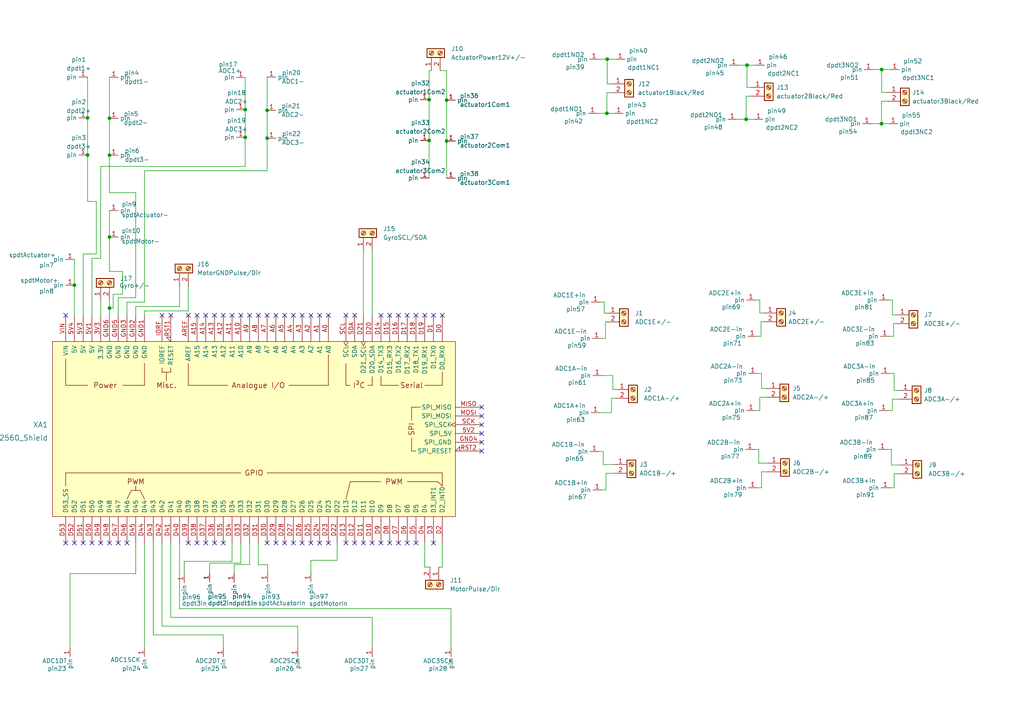
<source format=kicad_sch>
(kicad_sch (version 20211123) (generator eeschema)
  (paper "A4")
  (lib_symbols
    (symbol "Connector:Screw_Terminal_01x02" (pin_names (offset 1.016) hide)
      (property "Reference" "J" (at 0 2.54 0))
      (property "Value" "Screw_Terminal_01x02" (at 0 -5.08 0))
      (symbol "Screw_Terminal_01x02_1_1"
        (rectangle (start -1.27 1.27) (end 1.27 -3.81) (stroke (width 0.254)) (fill (type background)))
        (circle (center 0 -2.54) (radius 0.635) (stroke (width 0.1524)))
        (polyline (pts (xy -0.5334 -2.2098) (xy 0.3302 -3.048)) (stroke (width 0.1524)))
        (polyline (pts (xy -0.5334 0.3302) (xy 0.3302 -0.508)) (stroke (width 0.1524)))
        (polyline (pts (xy -0.3556 -2.032) (xy 0.508 -2.8702)) (stroke (width 0.1524)))
        (polyline (pts (xy -0.3556 0.508) (xy 0.508 -0.3302)) (stroke (width 0.1524)))
        (circle (center 0 0) (radius 0.635) (stroke (width 0.1524)))
        (pin passive line (at -5.08 0 0) (length 3.81) (name "Pin_1") (number "1"))
        (pin passive line (at -5.08 -2.54 0) (length 3.81) (name "Pin_2") (number "2"))
      )
    )
    (symbol "cgmoi:Arduino_Mega2560_Shield" (pin_names (offset 1.016))
      (property "Reference" "XA" (at 2.54 0 90))
      (property "Value" "Arduino_Mega2560_Shield" (at -2.54 0 90))
      (symbol "Arduino_Mega2560_Shield_0_0"
        (rectangle (start -25.4 -58.42) (end 25.4 58.42) (fill (type background)))
        (rectangle (start -20.32 -54.61) (end -12.7 -54.61))
        (rectangle (start -19.05 -31.75) (end -12.7 -31.75))
        (rectangle (start -19.05 -19.05) (end -12.7 -19.05))
        (rectangle (start -19.05 26.67) (end -12.7 26.67))
        (rectangle (start -17.78 -26.67) (end -16.51 -26.67))
        (rectangle (start -17.78 -24.13) (end -16.51 -24.13))
        (rectangle (start -16.51 -25.4) (end -13.97 -25.4))
        (rectangle (start -16.51 -24.13) (end -16.51 -26.67))
        (rectangle (start -16.51 54.61) (end -12.7 54.61))
        (rectangle (start -15.24 34.29) (end -12.7 34.29))
        (rectangle (start -15.24 36.83) (end -12.7 36.83))
        (rectangle (start -12.7 -54.61) (end -12.7 -48.26))
        (rectangle (start -12.7 -31.75) (end -12.7 -38.1))
        (rectangle (start -12.7 26.67) (end -12.7 27.94))
        (rectangle (start -12.7 34.29) (end -12.7 33.02))
        (rectangle (start -12.7 41.91) (end -12.7 36.83))
        (rectangle (start -12.7 49.53) (end -12.7 54.61))
        (rectangle (start -6.35 48.26) (end -6.35 45.72))
        (rectangle (start -2.54 45.72) (end -6.35 45.72))
        (polyline (pts (xy -21.59 21.59) (xy -12.7 21.59)))
        (polyline (pts (xy -12.7 -19.05) (xy -12.7 -7.62)))
        (polyline (pts (xy -12.7 10.16) (xy -12.7 21.59)))
        (polyline (pts (xy 12.7 -54.61) (xy 16.51 -54.61)))
        (polyline (pts (xy 12.7 54.61) (xy 16.51 54.61)))
        (polyline (pts (xy 17.78 -34.29) (xy 16.51 -34.29)))
        (polyline (pts (xy 15.24 36.83) (xy 15.24 27.94) (xy 20.32 26.67)))
        (polyline (pts (xy 15.24 44.45) (xy 15.24 53.34) (xy 16.51 54.61)))
        (polyline (pts (xy 20.32 -31.75) (xy 17.78 -33.02) (xy 17.78 -35.56) (xy 20.32 -36.83)))
        (rectangle (start 6.35 45.72) (end 2.54 45.72))
        (rectangle (start 6.35 46.99) (end 6.35 45.72))
        (text "Analogue I/O" (at -12.7 1.27 900) (effects (font (size 1.524 1.524))))
        (text "I²C" (at -12.7 30.48 900) (effects (font (size 1.524 1.524))))
        (text "Misc." (at -12.7 -25.4 900) (effects (font (size 1.524 1.524))))
        (text "Power" (at -12.7 -43.18 900) (effects (font (size 1.524 1.524))))
        (text "PWM" (at 15.24 -34.29 900) (effects (font (size 1.524 1.524))))
        (text "PWM" (at 15.24 40.64 900) (effects (font (size 1.524 1.524))))
        (text "Serial" (at -12.7 45.72 900) (effects (font (size 1.524 1.524))))
        (text "SPI" (at 0 45.72 0) (effects (font (size 1.524 1.524))))
      )
      (symbol "Arduino_Mega2560_Shield_1_0"
        (rectangle (start 12.7 -54.61) (end 12.7 -3.81))
        (rectangle (start 12.7 54.61) (end 12.7 3.81))
        (text "GPIO" (at 12.7 0 900) (effects (font (size 1.524 1.524))))
      )
      (symbol "Arduino_Mega2560_Shield_1_1"
        (pin bidirectional line (at -33.02 -44.45 0) (length 7.62) (name "3.3V") (number "3V3"))
        (pin bidirectional line (at -33.02 -46.99 0) (length 7.62) (name "5V") (number "5V1"))
        (pin power_in line (at 1.27 66.04 270) (length 7.62) (name "SPI_5V") (number "5V2"))
        (pin bidirectional line (at -33.02 -49.53 0) (length 7.62) (name "5V") (number "5V3"))
        (pin bidirectional line (at -33.02 -52.07 0) (length 7.62) (name "5V") (number "5V4"))
        (pin bidirectional line (at -33.02 21.59 0) (length 7.62) (name "A0") (number "A0"))
        (pin bidirectional line (at -33.02 19.05 0) (length 7.62) (name "A1") (number "A1"))
        (pin bidirectional line (at -33.02 -3.81 0) (length 7.62) (name "A10") (number "A10"))
        (pin bidirectional line (at -33.02 -6.35 0) (length 7.62) (name "A11") (number "A11"))
        (pin bidirectional line (at -33.02 -8.89 0) (length 7.62) (name "A12") (number "A12"))
        (pin bidirectional line (at -33.02 -11.43 0) (length 7.62) (name "A13") (number "A13"))
        (pin bidirectional line (at -33.02 -13.97 0) (length 7.62) (name "A14") (number "A14"))
        (pin bidirectional line (at -33.02 -16.51 0) (length 7.62) (name "A15") (number "A15"))
        (pin bidirectional line (at -33.02 16.51 0) (length 7.62) (name "A2") (number "A2"))
        (pin bidirectional line (at -33.02 13.97 0) (length 7.62) (name "A3") (number "A3"))
        (pin bidirectional line (at -33.02 11.43 0) (length 7.62) (name "A4") (number "A4"))
        (pin bidirectional line (at -33.02 8.89 0) (length 7.62) (name "A5") (number "A5"))
        (pin bidirectional line (at -33.02 6.35 0) (length 7.62) (name "A6") (number "A6"))
        (pin bidirectional line (at -33.02 3.81 0) (length 7.62) (name "A7") (number "A7"))
        (pin bidirectional line (at -33.02 1.27 0) (length 7.62) (name "A8") (number "A8"))
        (pin bidirectional line (at -33.02 -1.27 0) (length 7.62) (name "A9") (number "A9"))
        (pin input line (at -33.02 -19.05 0) (length 7.62) (name "AREF") (number "AREF"))
        (pin bidirectional line (at -33.02 54.61 0) (length 7.62) (name "D0_RX0") (number "D0"))
        (pin bidirectional line (at -33.02 52.07 0) (length 7.62) (name "D1_TX0") (number "D1"))
        (pin bidirectional line (at 33.02 34.29 180) (length 7.62) (name "D10") (number "D10"))
        (pin bidirectional line (at 33.02 31.75 180) (length 7.62) (name "D11") (number "D11"))
        (pin bidirectional line (at 33.02 29.21 180) (length 7.62) (name "D12") (number "D12"))
        (pin bidirectional line (at 33.02 26.67 180) (length 7.62) (name "D13") (number "D13"))
        (pin bidirectional line (at -33.02 36.83 0) (length 7.62) (name "D14_TX3") (number "D14"))
        (pin bidirectional line (at -33.02 39.37 0) (length 7.62) (name "D15_RX3") (number "D15"))
        (pin bidirectional line (at -33.02 41.91 0) (length 7.62) (name "D16_TX2") (number "D16"))
        (pin bidirectional line (at -33.02 44.45 0) (length 7.62) (name "D17_RX2") (number "D17"))
        (pin bidirectional line (at -33.02 46.99 0) (length 7.62) (name "D18_TX1") (number "D18"))
        (pin bidirectional line (at -33.02 49.53 0) (length 7.62) (name "D19_RX1") (number "D19"))
        (pin bidirectional line (at 33.02 54.61 180) (length 7.62) (name "D2_INT0") (number "D2"))
        (pin bidirectional line (at -33.02 34.29 0) (length 7.62) (name "D20_SDA") (number "D20"))
        (pin bidirectional clock (at -33.02 31.75 0) (length 7.62) (name "D21_SCL") (number "D21"))
        (pin bidirectional line (at 33.02 24.13 180) (length 7.62) (name "D22") (number "D22"))
        (pin bidirectional line (at 33.02 21.59 180) (length 7.62) (name "D23") (number "D23"))
        (pin bidirectional line (at 33.02 19.05 180) (length 7.62) (name "D24") (number "D24"))
        (pin bidirectional line (at 33.02 16.51 180) (length 7.62) (name "D25") (number "D25"))
        (pin bidirectional line (at 33.02 13.97 180) (length 7.62) (name "D26") (number "D26"))
        (pin bidirectional line (at 33.02 11.43 180) (length 7.62) (name "D27") (number "D27"))
        (pin bidirectional line (at 33.02 8.89 180) (length 7.62) (name "D28") (number "D28"))
        (pin bidirectional line (at 33.02 6.35 180) (length 7.62) (name "D29") (number "D29"))
        (pin bidirectional line (at 33.02 52.07 180) (length 7.62) (name "D3_INT1") (number "D3"))
        (pin bidirectional line (at 33.02 3.81 180) (length 7.62) (name "D30") (number "D30"))
        (pin bidirectional line (at 33.02 1.27 180) (length 7.62) (name "D31") (number "D31"))
        (pin bidirectional line (at 33.02 -1.27 180) (length 7.62) (name "D32") (number "D32"))
        (pin bidirectional line (at 33.02 -3.81 180) (length 7.62) (name "D33") (number "D33"))
        (pin bidirectional line (at 33.02 -6.35 180) (length 7.62) (name "D34") (number "D34"))
        (pin bidirectional line (at 33.02 -8.89 180) (length 7.62) (name "D35") (number "D35"))
        (pin bidirectional line (at 33.02 -11.43 180) (length 7.62) (name "D36") (number "D36"))
        (pin bidirectional line (at 33.02 -13.97 180) (length 7.62) (name "D37") (number "D37"))
        (pin bidirectional line (at 33.02 -16.51 180) (length 7.62) (name "D38") (number "D38"))
        (pin bidirectional line (at 33.02 -19.05 180) (length 7.62) (name "D39") (number "D39"))
        (pin bidirectional line (at 33.02 49.53 180) (length 7.62) (name "D4") (number "D4"))
        (pin bidirectional line (at 33.02 -21.59 180) (length 7.62) (name "D40") (number "D40"))
        (pin bidirectional line (at 33.02 -24.13 180) (length 7.62) (name "D41") (number "D41"))
        (pin bidirectional line (at 33.02 -26.67 180) (length 7.62) (name "D42") (number "D42"))
        (pin bidirectional line (at 33.02 -29.21 180) (length 7.62) (name "D43") (number "D43"))
        (pin bidirectional line (at 33.02 -31.75 180) (length 7.62) (name "D44") (number "D44"))
        (pin bidirectional line (at 33.02 -34.29 180) (length 7.62) (name "D45") (number "D45"))
        (pin bidirectional line (at 33.02 -36.83 180) (length 7.62) (name "D46") (number "D46"))
        (pin bidirectional line (at 33.02 -39.37 180) (length 7.62) (name "D47") (number "D47"))
        (pin bidirectional line (at 33.02 -41.91 180) (length 7.62) (name "D48") (number "D48"))
        (pin bidirectional line (at 33.02 -44.45 180) (length 7.62) (name "D49") (number "D49"))
        (pin bidirectional line (at 33.02 46.99 180) (length 7.62) (name "D5") (number "D5"))
        (pin bidirectional line (at 33.02 -46.99 180) (length 7.62) (name "D50") (number "D50"))
        (pin bidirectional line (at 33.02 -49.53 180) (length 7.62) (name "D51") (number "D51"))
        (pin bidirectional line (at 33.02 -52.07 180) (length 7.62) (name "D52") (number "D52"))
        (pin bidirectional line (at 33.02 -54.61 180) (length 7.62) (name "D53_SS") (number "D53"))
        (pin bidirectional line (at 33.02 44.45 180) (length 7.62) (name "D6") (number "D6"))
        (pin bidirectional line (at 33.02 41.91 180) (length 7.62) (name "D7") (number "D7"))
        (pin bidirectional line (at 33.02 39.37 180) (length 7.62) (name "D8") (number "D8"))
        (pin bidirectional line (at 33.02 36.83 180) (length 7.62) (name "D9") (number "D9"))
        (pin bidirectional line (at -33.02 -31.75 0) (length 7.62) (name "GND") (number "GND1"))
        (pin bidirectional line (at -33.02 -34.29 0) (length 7.62) (name "GND") (number "GND2"))
        (pin bidirectional line (at -33.02 -36.83 0) (length 7.62) (name "GND") (number "GND3"))
        (pin power_in line (at 3.81 66.04 270) (length 7.62) (name "SPI_GND") (number "GND4"))
        (pin bidirectional line (at -33.02 -39.37 0) (length 7.62) (name "GND") (number "GND5"))
        (pin bidirectional line (at -33.02 -41.91 0) (length 7.62) (name "GND") (number "GND6"))
        (pin output line (at -33.02 -26.67 0) (length 7.62) (name "IOREF") (number "IORF"))
        (pin input line (at -6.35 66.04 270) (length 7.62) (name "SPI_MISO") (number "MISO"))
        (pin output line (at -3.81 66.04 270) (length 7.62) (name "SPI_MOSI") (number "MOSI"))
        (pin open_collector input_low (at -33.02 -24.13 0) (length 7.62) (name "RESET") (number "RST1"))
        (pin open_collector input_low (at 6.35 66.04 270) (length 7.62) (name "SPI_RESET") (number "RST2"))
        (pin output clock (at -1.27 66.04 270) (length 7.62) (name "SPI_SCK") (number "SCK"))
        (pin bidirectional clock (at -33.02 26.67 0) (length 7.62) (name "SCL") (number "SCL"))
        (pin bidirectional line (at -33.02 29.21 0) (length 7.62) (name "SDA") (number "SDA"))
        (pin bidirectional line (at -33.02 -54.61 0) (length 7.62) (name "VIN") (number "VIN"))
      )
    )
    (symbol "cgmoi:pin"
      (property "Reference" "pin" (at 0 -2.54 0))
      (property "Value" "pin" (at 0 3.81 0))
      (symbol "pin_1_1"
        (pin bidirectional line (at -1.27 0 0) (length 2.54) (name "pin") (number "1"))
      )
    )
  )
  (junction (at 216.408 34.5948))
  (junction (at 25.4 34.1884))
  (junction (at 124.46 40.7416))
  (junction (at 129.54 29.0576))
  (junction (at 176.022 32.8676))
  (junction (at 31.75 34.29))
  (junction (at 77.47 40.0812))
  (junction (at 25.4 44.958))
  (junction (at 129.54 40.894))
  (junction (at 71.12 31.8008))
  (junction (at 31.75 89.3572))
  (junction (at 21.59 82.7024))
  (junction (at 216.662 18.8976))
  (junction (at 31.75 68.7324))
  (junction (at 255.7272 20.1676))
  (junction (at 71.12 39.8272))
  (junction (at 255.6764 35.8648))
  (junction (at 77.47 32.004))
  (junction (at 31.75 45.0088))
  (junction (at 176.1236 17.1704))
  (junction (at 124.46 28.9052))
  (no_connect (at 64.77 157.48))
  (no_connect (at 62.23 157.48))
  (no_connect (at 59.69 157.48))
  (no_connect (at 57.15 157.48))
  (no_connect (at 54.61 157.48))
  (no_connect (at 21.59 157.48))
  (no_connect (at 19.05 157.48))
  (no_connect (at 26.67 157.48))
  (no_connect (at 24.13 157.48))
  (no_connect (at 36.83 157.48))
  (no_connect (at 34.29 157.48))
  (no_connect (at 31.75 157.48))
  (no_connect (at 29.21 157.48))
  (no_connect (at 19.05 91.44))
  (no_connect (at 90.17 91.44))
  (no_connect (at 87.63 91.44))
  (no_connect (at 100.33 91.44))
  (no_connect (at 92.71 91.44))
  (no_connect (at 95.25 91.44))
  (no_connect (at 102.87 91.44))
  (no_connect (at 110.49 91.44))
  (no_connect (at 115.57 91.44))
  (no_connect (at 113.03 91.44))
  (no_connect (at 85.09 91.44))
  (no_connect (at 82.55 91.44))
  (no_connect (at 80.01 91.44))
  (no_connect (at 77.47 91.44))
  (no_connect (at 74.93 91.44))
  (no_connect (at 72.39 91.44))
  (no_connect (at 69.85 91.44))
  (no_connect (at 67.31 91.44))
  (no_connect (at 64.77 91.44))
  (no_connect (at 62.23 91.44))
  (no_connect (at 54.61 91.44))
  (no_connect (at 49.53 91.44))
  (no_connect (at 46.99 91.44))
  (no_connect (at 59.69 91.44))
  (no_connect (at 57.15 91.44))
  (no_connect (at 125.73 157.48))
  (no_connect (at 120.65 157.48))
  (no_connect (at 118.11 157.48))
  (no_connect (at 115.57 157.48))
  (no_connect (at 118.11 91.44))
  (no_connect (at 139.7 128.27))
  (no_connect (at 139.7 130.81))
  (no_connect (at 139.7 120.65))
  (no_connect (at 139.7 123.19))
  (no_connect (at 139.7 118.11))
  (no_connect (at 139.7 125.73))
  (no_connect (at 120.65 91.44))
  (no_connect (at 128.27 91.44))
  (no_connect (at 125.73 91.44))
  (no_connect (at 123.19 91.44))
  (no_connect (at 80.01 157.48))
  (no_connect (at 77.47 157.48))
  (no_connect (at 100.33 157.48))
  (no_connect (at 92.71 157.48))
  (no_connect (at 95.25 157.48))
  (no_connect (at 102.87 157.48))
  (no_connect (at 113.03 157.48))
  (no_connect (at 110.49 157.48))
  (no_connect (at 105.41 157.48))
  (no_connect (at 107.95 157.48))
  (no_connect (at 82.55 157.48))
  (no_connect (at 85.09 157.48))
  (no_connect (at 90.17 157.48))
  (no_connect (at 87.63 157.48))
  (wire (pts (xy 213.6648 34.5948) (xy 216.408 34.5948)))
  (wire (pts (xy 259.1816 97.536) (xy 259.1816 93.8784)))
  (wire (pts (xy 255.7272 20.1676) (xy 258.2672 20.1676)))
  (wire (pts (xy 74.93 157.48) (xy 74.93 163.7792)))
  (wire (pts (xy 257.556 87.0204) (xy 258.826 87.0204)))
  (wire (pts (xy 49.53 157.48) (xy 49.53 179.07)))
  (wire (pts (xy 69.85 163.322) (xy 60.8076 163.322)))
  (wire (pts (xy 31.75 45.0088) (xy 31.75 55.88)))
  (wire (pts (xy 31.75 34.29) (xy 31.75 45.0088)))
  (wire (pts (xy 31.75 55.88) (xy 39.37 55.88)))
  (wire (pts (xy 107.95 179.07) (xy 107.95 187.96)))
  (wire (pts (xy 216.408 34.5948) (xy 218.7448 34.5948)))
  (wire (pts (xy 31.75 89.3572) (xy 31.75 91.44)))
  (wire (pts (xy 259.334 108.3056) (xy 259.334 113.2332)))
  (wire (pts (xy 258.826 115.7732) (xy 260.7564 115.7732)))
  (wire (pts (xy 105.41 72.6948) (xy 105.41 91.44)))
  (wire (pts (xy 72.39 157.48) (xy 72.39 163.7284)))
  (wire (pts (xy 71.12 39.8272) (xy 71.12 48.26)))
  (wire (pts (xy 259.334 137.414) (xy 260.9596 137.414)))
  (wire (pts (xy 220.3704 119.0752) (xy 220.3704 115.2144)))
  (wire (pts (xy 52.07 157.48) (xy 52.07 176.53)))
  (wire (pts (xy 26.67 74.93) (xy 26.67 91.44)))
  (wire (pts (xy 44.45 157.48) (xy 44.45 184.15)))
  (wire (pts (xy 220.8784 136.8552) (xy 222.6056 136.8552)))
  (wire (pts (xy 35.56 78.74) (xy 35.56 85.344)))
  (wire (pts (xy 124.46 20.4724) (xy 125.1204 20.4724)))
  (wire (pts (xy 216.662 18.8976) (xy 216.662 25.3492)))
  (wire (pts (xy 49.53 179.07) (xy 107.95 179.07)))
  (wire (pts (xy 258.826 87.0204) (xy 258.826 91.3384)))
  (wire (pts (xy 52.07 82.9564) (xy 52.07 88.9)))
  (wire (pts (xy 25.4 22.352) (xy 25.4 34.1884)))
  (wire (pts (xy 216.662 25.3492) (xy 217.8812 25.3492)))
  (wire (pts (xy 259.334 141.478) (xy 259.334 137.414)))
  (wire (pts (xy 54.61 82.9564) (xy 54.61 90.17)))
  (wire (pts (xy 216.408 27.8892) (xy 216.408 34.5948)))
  (wire (pts (xy 124.46 28.9052) (xy 124.46 40.7416)))
  (wire (pts (xy 21.59 82.7024) (xy 21.59 91.44)))
  (wire (pts (xy 77.6224 163.7792) (xy 77.6224 166.2176)))
  (wire (pts (xy 27.94 73.66) (xy 24.13 73.66)))
  (wire (pts (xy 177.7492 112.9792) (xy 178.5112 112.9792)))
  (wire (pts (xy 175.26 87.63) (xy 175.26 90.8304)))
  (wire (pts (xy 257.556 119.0752) (xy 258.826 119.0752)))
  (wire (pts (xy 86.36 181.61) (xy 86.36 187.96)))
  (wire (pts (xy 53.4416 162.814) (xy 53.4416 166.5224)))
  (wire (pts (xy 220.0656 134.3152) (xy 222.6056 134.3152)))
  (wire (pts (xy 219.6084 141.478) (xy 220.8784 141.478)))
  (wire (pts (xy 39.37 55.88) (xy 39.37 86.36)))
  (wire (pts (xy 44.45 184.15) (xy 64.77 184.15)))
  (wire (pts (xy 258.064 141.478) (xy 259.334 141.478)))
  (wire (pts (xy 67.31 162.814) (xy 53.4416 162.814)))
  (wire (pts (xy 220.8784 108.3056) (xy 220.8784 112.6744)))
  (wire (pts (xy 29.21 87.122) (xy 29.21 91.44)))
  (wire (pts (xy 36.83 87.63) (xy 41.91 87.63)))
  (wire (pts (xy 173.5836 17.1704) (xy 176.1236 17.1704)))
  (wire (pts (xy 97.79 162.5092) (xy 90.17 162.5092)))
  (wire (pts (xy 175.6156 93.3704) (xy 175.8696 93.3704)))
  (wire (pts (xy 124.46 40.7416) (xy 124.46 51.6128)))
  (wire (pts (xy 124.46 28.9052) (xy 124.46 20.4724)))
  (wire (pts (xy 41.91 49.53) (xy 41.91 87.63)))
  (wire (pts (xy 71.12 31.8008) (xy 71.12 39.8272)))
  (wire (pts (xy 177.7492 108.9152) (xy 177.7492 112.9792)))
  (wire (pts (xy 32.8168 85.344) (xy 32.8168 89.3572)))
  (wire (pts (xy 24.13 73.66) (xy 24.13 91.44)))
  (wire (pts (xy 77.47 40.0812) (xy 77.47 49.53)))
  (wire (pts (xy 219.6084 108.3056) (xy 220.8784 108.3056)))
  (wire (pts (xy 64.77 184.15) (xy 64.77 187.96)))
  (wire (pts (xy 71.12 22.4536) (xy 71.12 31.8008)))
  (wire (pts (xy 176.022 32.8676) (xy 178.2064 32.8676)))
  (wire (pts (xy 174.498 108.9152) (xy 177.7492 108.9152)))
  (wire (pts (xy 41.91 90.17) (xy 54.61 90.17)))
  (wire (pts (xy 255.6764 29.3624) (xy 255.6764 35.8648)))
  (wire (pts (xy 217.8812 27.8892) (xy 216.408 27.8892)))
  (wire (pts (xy 46.99 181.61) (xy 86.36 181.61)))
  (wire (pts (xy 258.826 91.3384) (xy 259.842 91.3384)))
  (wire (pts (xy 176.022 26.8732) (xy 176.022 32.8676)))
  (wire (pts (xy 253.1872 20.1676) (xy 255.7272 20.1676)))
  (wire (pts (xy 25.4 44.958) (xy 25.4 58.42)))
  (wire (pts (xy 173.99 119.6848) (xy 177.3428 119.6848)))
  (wire (pts (xy 74.93 163.7792) (xy 77.6224 163.7792)))
  (wire (pts (xy 129.54 29.0576) (xy 129.54 20.4724)))
  (wire (pts (xy 220.8784 112.6744) (xy 222.4024 112.6744)))
  (wire (pts (xy 31.75 61.0616) (xy 31.75 68.7324)))
  (wire (pts (xy 39.37 166.37) (xy 20.32 166.37)))
  (wire (pts (xy 31.75 87.122) (xy 31.75 89.3572)))
  (wire (pts (xy 77.47 49.53) (xy 41.91 49.53)))
  (wire (pts (xy 32.8168 89.3572) (xy 31.75 89.3572)))
  (wire (pts (xy 31.75 68.7324) (xy 31.75 78.74)))
  (wire (pts (xy 29.21 74.93) (xy 26.67 74.93)))
  (wire (pts (xy 90.17 162.5092) (xy 90.17 166.2176)))
  (wire (pts (xy 174.9552 134.7216) (xy 178.054 134.7216)))
  (wire (pts (xy 174.3456 98.1456) (xy 175.6156 98.1456)))
  (wire (pts (xy 259.334 113.2332) (xy 260.7564 113.2332)))
  (wire (pts (xy 123.19 164.4904) (xy 124.714 164.4904)))
  (wire (pts (xy 128.27 164.4904) (xy 127.254 164.4904)))
  (wire (pts (xy 258.826 119.0752) (xy 258.826 115.7732)))
  (wire (pts (xy 130.81 176.53) (xy 130.81 187.96)))
  (wire (pts (xy 67.31 157.48) (xy 67.31 162.814)))
  (wire (pts (xy 173.6852 130.9624) (xy 174.9552 130.9624)))
  (wire (pts (xy 35.56 85.344) (xy 32.8168 85.344)))
  (wire (pts (xy 257.3528 26.8224) (xy 255.7272 26.8224)))
  (wire (pts (xy 220.3704 90.7796) (xy 221.488 90.7796)))
  (wire (pts (xy 219.1004 119.0752) (xy 220.3704 119.0752)))
  (wire (pts (xy 77.47 22.352) (xy 77.47 32.004)))
  (wire (pts (xy 252.73 35.8648) (xy 255.6764 35.8648)))
  (wire (pts (xy 220.726 97.536) (xy 220.726 93.3196)))
  (wire (pts (xy 176.1236 17.1704) (xy 176.1236 24.3332)))
  (wire (pts (xy 60.8076 163.322) (xy 60.8076 166.2176)))
  (wire (pts (xy 175.768 137.2616) (xy 178.054 137.2616)))
  (wire (pts (xy 173.1264 32.8676) (xy 176.022 32.8676)))
  (wire (pts (xy 21.59 75.2348) (xy 21.59 82.7024)))
  (wire (pts (xy 107.95 72.6948) (xy 107.95 91.44)))
  (wire (pts (xy 255.7272 20.1676) (xy 255.7272 26.8224)))
  (wire (pts (xy 177.3936 26.8732) (xy 176.022 26.8732)))
  (wire (pts (xy 176.1236 17.1704) (xy 178.6636 17.1704)))
  (wire (pts (xy 128.27 157.48) (xy 128.27 164.4904)))
  (wire (pts (xy 129.54 29.0576) (xy 129.54 40.894)))
  (wire (pts (xy 29.21 48.26) (xy 29.21 74.93)))
  (wire (pts (xy 175.768 142.0876) (xy 175.768 137.2616)))
  (wire (pts (xy 97.79 157.48) (xy 97.79 162.5092)))
  (wire (pts (xy 219.1004 87.0204) (xy 220.3704 87.0204)))
  (wire (pts (xy 220.0656 130.3528) (xy 220.0656 134.3152)))
  (wire (pts (xy 176.1236 24.3332) (xy 177.3936 24.3332)))
  (wire (pts (xy 214.122 18.8976) (xy 216.662 18.8976)))
  (wire (pts (xy 77.47 32.004) (xy 77.47 40.0812)))
  (wire (pts (xy 25.4 58.42) (xy 27.94 58.42)))
  (wire (pts (xy 129.54 20.4724) (xy 127.6604 20.4724)))
  (wire (pts (xy 20.32 166.37) (xy 20.32 187.96)))
  (wire (pts (xy 174.9552 130.9624) (xy 174.9552 134.7216)))
  (wire (pts (xy 31.75 22.4028) (xy 31.75 34.29)))
  (wire (pts (xy 123.19 157.48) (xy 123.19 164.4904)))
  (wire (pts (xy 41.91 90.17) (xy 41.91 91.44)))
  (wire (pts (xy 216.662 18.8976) (xy 219.202 18.8976)))
  (wire (pts (xy 67.9196 163.7284) (xy 67.9196 166.3192)))
  (wire (pts (xy 34.29 86.36) (xy 34.29 91.44)))
  (wire (pts (xy 25.4 34.1884) (xy 25.4 44.958)))
  (wire (pts (xy 257.3528 29.3624) (xy 255.6764 29.3624)))
  (wire (pts (xy 129.54 40.894) (xy 129.54 51.6636)))
  (wire (pts (xy 39.37 88.9) (xy 39.37 91.44)))
  (wire (pts (xy 46.99 157.48) (xy 46.99 181.61)))
  (wire (pts (xy 177.3428 119.6848) (xy 177.3428 115.5192)))
  (wire (pts (xy 220.8784 141.478) (xy 220.8784 136.8552)))
  (wire (pts (xy 34.29 86.36) (xy 39.37 86.36)))
  (wire (pts (xy 31.75 78.74) (xy 35.56 78.74)))
  (wire (pts (xy 258.064 108.3056) (xy 259.334 108.3056)))
  (wire (pts (xy 255.6764 35.8648) (xy 257.81 35.8648)))
  (wire (pts (xy 257.9116 97.536) (xy 259.1816 97.536)))
  (wire (pts (xy 258.5212 134.874) (xy 260.9596 134.874)))
  (wire (pts (xy 52.07 88.9) (xy 39.37 88.9)))
  (wire (pts (xy 173.99 87.63) (xy 175.26 87.63)))
  (wire (pts (xy 218.7956 130.3528) (xy 220.0656 130.3528)))
  (wire (pts (xy 259.1816 93.8784) (xy 259.842 93.8784)))
  (wire (pts (xy 220.3704 87.0204) (xy 220.3704 90.7796)))
  (wire (pts (xy 39.37 157.48) (xy 39.37 166.37)))
  (wire (pts (xy 72.39 163.7284) (xy 67.9196 163.7284)))
  (wire (pts (xy 69.85 157.48) (xy 69.85 163.322)))
  (wire (pts (xy 220.726 93.3196) (xy 221.488 93.3196)))
  (wire (pts (xy 175.26 90.8304) (xy 175.8696 90.8304)))
  (wire (pts (xy 257.2512 130.3528) (xy 258.5212 130.3528)))
  (wire (pts (xy 177.3428 115.5192) (xy 178.5112 115.5192)))
  (wire (pts (xy 258.5212 130.3528) (xy 258.5212 134.874)))
  (wire (pts (xy 27.94 58.42) (xy 27.94 73.66)))
  (wire (pts (xy 174.498 142.0876) (xy 175.768 142.0876)))
  (wire (pts (xy 175.6156 98.1456) (xy 175.6156 93.3704)))
  (wire (pts (xy 41.91 157.48) (xy 41.91 187.96)))
  (wire (pts (xy 36.83 87.63) (xy 36.83 91.44)))
  (wire (pts (xy 219.456 97.536) (xy 220.726 97.536)))
  (wire (pts (xy 71.12 48.26) (xy 29.21 48.26)))
  (wire (pts (xy 52.07 176.53) (xy 130.81 176.53)))
  (wire (pts (xy 220.3704 115.2144) (xy 222.4024 115.2144)))
  (symbol (lib_id "cgmoi:pin") (at 212.852 18.8976 180) (unit 1)
    (property "Reference" "pin45" (at 210.1088 21.1836 0) (effects (justify left)))
    (property "Value" "dpdt2NO2" (at 210.058 17.6277 0) (effects (justify left)))
    (property "Footprint" "cgmoi:pin" (effects hide))
  )
  (symbol (lib_id "cgmoi:pin") (at 33.02 22.4028 0) (unit 1)
    (property "Reference" "pin4" (at 36.068 21.1327 0) (effects (justify left)))
    (property "Value" "dpdt1-" (at 36.068 23.6727 0) (effects (justify left)))
    (property "Footprint" "cgmoi:pin" (effects hide))
  )
  (symbol (lib_id "Connector:Screw_Terminal_01x02") (at 180.9496 90.8304 0) (unit 1)
    (property "Reference" "J1" (at 184.15 90.8303 0) (effects (justify left)))
    (property "Value" "ADC1E+/-" (at 184.15 93.3703 0) (effects (justify left)))
    (property "Footprint" "cgmoi:screw terminal" (effects hide))
  )
  (symbol (lib_id "cgmoi:pin") (at 172.72 87.63 180) (unit 1)
    (property "Reference" "pin57" (at 169.7228 89.662 0) (effects (justify left)))
    (property "Value" "ADC1E+in" (at 169.926 85.598 0) (effects (justify left)))
    (property "Footprint" "cgmoi:pin" (effects hide))
  )
  (symbol (lib_id "cgmoi:pin") (at 172.3136 17.1704 180) (unit 1)
    (property "Reference" "pin39" (at 169.5704 19.4564 0) (effects (justify left)))
    (property "Value" "dpdt1NO2" (at 169.5196 15.9005 0) (effects (justify left)))
    (property "Footprint" "cgmoi:pin" (effects hide))
  )
  (symbol (lib_id "Connector:Screw_Terminal_01x02") (at 127.254 169.5704 270) (unit 1)
    (property "Reference" "J11" (at 130.4544 168.3003 90) (effects (justify left)))
    (property "Value" "MotorPulse/Dir" (at 130.4544 170.8403 90) (effects (justify left)))
    (property "Footprint" "cgmoi:screw terminal" (effects hide))
  )
  (symbol (lib_id "cgmoi:pin") (at 218.3384 141.478 180) (unit 1)
    (property "Reference" "pin79" (at 215.3412 143.51 0) (effects (justify left)))
    (property "Value" "ADC2B+in" (at 215.5444 139.446 0) (effects (justify left)))
    (property "Footprint" "cgmoi:pin" (effects hide))
  )
  (symbol (lib_id "Connector:Screw_Terminal_01x02") (at 266.0396 134.874 0) (unit 1)
    (property "Reference" "J9" (at 269.24 134.8739 0) (effects (justify left)))
    (property "Value" "ADC3B-/+" (at 269.24 137.4139 0) (effects (justify left)))
    (property "Footprint" "cgmoi:screw terminal" (effects hide))
  )
  (symbol (lib_id "cgmoi:pin") (at 130.81 29.0576 0) (unit 1)
    (property "Reference" "pin36" (at 133.35 27.7875 0) (effects (justify left)))
    (property "Value" "actuator1Com1" (at 133.35 30.3275 0) (effects (justify left)))
    (property "Footprint" "cgmoi:pin" (effects hide))
  )
  (symbol (lib_id "cgmoi:pin") (at 33.02 68.7324 0) (unit 1)
    (property "Reference" "pin10" (at 35.2552 66.9036 0) (effects (justify left)))
    (property "Value" "spdtMotor-" (at 35.2552 70.0023 0) (effects (justify left)))
    (property "Footprint" "cgmoi:pin" (effects hide))
  )
  (symbol (lib_id "cgmoi:pin") (at 123.19 40.7416 180) (unit 1)
    (property "Reference" "pin33" (at 121.92 35.56 0))
    (property "Value" "actuator2Com2" (at 121.92 38.1 0))
    (property "Footprint" "cgmoi:pin" (effects hide))
  )
  (symbol (lib_id "cgmoi:pin") (at 218.3384 108.3056 180) (unit 1)
    (property "Reference" "pin73" (at 215.3412 110.3376 0) (effects (justify left)))
    (property "Value" "ADC2A-in" (at 215.5444 106.2736 0) (effects (justify left)))
    (property "Footprint" "cgmoi:pin" (effects hide))
  )
  (symbol (lib_id "cgmoi:pin") (at 173.0756 98.1456 180) (unit 1)
    (property "Reference" "pin59" (at 170.0784 100.1776 0) (effects (justify left)))
    (property "Value" "ADC1E-in" (at 170.2816 96.1136 0) (effects (justify left)))
    (property "Footprint" "cgmoi:pin" (effects hide))
  )
  (symbol (lib_id "cgmoi:pin") (at 255.9812 130.3528 180) (unit 1)
    (property "Reference" "pin89" (at 252.984 132.3848 0) (effects (justify left)))
    (property "Value" "ADC3B-in" (at 253.1872 128.3208 0) (effects (justify left)))
    (property "Footprint" "cgmoi:pin" (effects hide))
  )
  (symbol (lib_id "cgmoi:pin") (at 130.81 40.894 0) (unit 1)
    (property "Reference" "pin37" (at 133.35 39.6239 0) (effects (justify left)))
    (property "Value" "actuator2Com1" (at 133.35 42.1639 0) (effects (justify left)))
    (property "Footprint" "cgmoi:pin" (effects hide))
  )
  (symbol (lib_id "Connector:Screw_Terminal_01x02") (at 264.922 91.3384 0) (unit 1)
    (property "Reference" "J7" (at 267.97 91.3383 0) (effects (justify left)))
    (property "Value" "ADC3E+/-" (at 267.97 93.8783 0) (effects (justify left)))
    (property "Footprint" "cgmoi:screw terminal" (effects hide))
  )
  (symbol (lib_id "cgmoi:pin") (at 69.85 39.8272 180) (unit 1)
    (property "Reference" "pin19" (at 68.58 34.9504 0))
    (property "Value" "ADC3+" (at 68.58 37.4904 0))
    (property "Footprint" "cgmoi:pin" (effects hide))
  )
  (symbol (lib_id "cgmoi:pin") (at 24.13 34.1884 180) (unit 1)
    (property "Reference" "pin2" (at 22.86 29.5656 0))
    (property "Value" "dpdt2+" (at 22.86 32.1056 0))
    (property "Footprint" "cgmoi:pin" (effects hide))
  )
  (symbol (lib_id "cgmoi:pin") (at 86.36 189.23 270) (unit 1)
    (property "Reference" "pin26" (at 79.8068 193.9036 90) (effects (justify left)))
    (property "Value" "ADC2SCK" (at 78.232 191.6684 90) (effects (justify left)))
    (property "Footprint" "cgmoi:pin" (effects hide))
  )
  (symbol (lib_id "cgmoi:pin") (at 256.6416 97.536 180) (unit 1)
    (property "Reference" "pin83" (at 253.6444 99.568 0) (effects (justify left)))
    (property "Value" "ADC3E-in" (at 253.8476 95.504 0) (effects (justify left)))
    (property "Footprint" "cgmoi:pin" (effects hide))
  )
  (symbol (lib_id "Connector:Screw_Terminal_01x02") (at 183.5912 112.9792 0) (unit 1)
    (property "Reference" "J2" (at 186.69 112.9791 0) (effects (justify left)))
    (property "Value" "ADC1A-/+" (at 186.69 115.5191 0) (effects (justify left)))
    (property "Footprint" "cgmoi:screw terminal" (effects hide))
  )
  (symbol (lib_id "cgmoi:pin") (at 78.74 40.0812 0) (unit 1)
    (property "Reference" "pin22" (at 81.7372 38.8111 0) (effects (justify left)))
    (property "Value" "ADC3-" (at 81.7372 41.3511 0) (effects (justify left)))
    (property "Footprint" "cgmoi:pin" (effects hide))
  )
  (symbol (lib_id "Connector:Screw_Terminal_01x02") (at 227.6856 134.3152 0) (unit 1)
    (property "Reference" "J6" (at 229.87 134.3151 0) (effects (justify left)))
    (property "Value" "ADC2B-/+" (at 229.87 136.8551 0) (effects (justify left)))
    (property "Footprint" "cgmoi:screw terminal" (effects hide))
  )
  (symbol (lib_id "cgmoi:pin") (at 259.5372 20.1676 0) (unit 1)
    (property "Reference" "pin52" (at 261.9756 17.7292 0) (effects (justify left)))
    (property "Value" "dpdt3NC1" (at 261.62 22.5552 0) (effects (justify left)))
    (property "Footprint" "cgmoi:pin" (effects hide))
  )
  (symbol (lib_id "cgmoi:pin") (at 123.19 28.9052 180) (unit 1)
    (property "Reference" "pin32" (at 121.92 24.13 0))
    (property "Value" "actuator1Com2" (at 121.92 26.67 0))
    (property "Footprint" "cgmoi:pin" (effects hide))
  )
  (symbol (lib_id "Connector:Screw_Terminal_01x02") (at 52.07 77.8764 90) (unit 1)
    (property "Reference" "J16" (at 57.15 76.6063 90) (effects (justify right)))
    (property "Value" "MotorGNDPulse/Dir" (at 57.15 79.1463 90) (effects (justify right)))
    (property "Footprint" "cgmoi:screw terminal" (effects hide))
  )
  (symbol (lib_id "Connector:Screw_Terminal_01x02") (at 265.8364 113.2332 0) (unit 1)
    (property "Reference" "J8" (at 267.97 113.2331 0) (effects (justify left)))
    (property "Value" "ADC3A-/+" (at 267.97 115.7731 0) (effects (justify left)))
    (property "Footprint" "cgmoi:screw terminal" (effects hide))
  )
  (symbol (lib_id "Connector:Screw_Terminal_01x02") (at 29.21 82.042 90) (unit 1)
    (property "Reference" "J17" (at 34.798 80.7719 90) (effects (justify right)))
    (property "Value" "Gyro+/-" (at 34.5948 82.804 90) (effects (justify right)))
    (property "Footprint" "cgmoi:screw terminal" (effects hide))
  )
  (symbol (lib_id "cgmoi:pin") (at 130.81 189.23 270) (unit 1)
    (property "Reference" "pin28" (at 124.2568 193.9036 90) (effects (justify left)))
    (property "Value" "ADC3SCK" (at 122.682 191.6684 90) (effects (justify left)))
    (property "Footprint" "cgmoi:pin" (effects hide))
  )
  (symbol (lib_id "cgmoi:pin") (at 20.32 75.2348 180) (unit 1)
    (property "Reference" "pin7" (at 15.6972 76.9112 0) (effects (justify left)))
    (property "Value" "spdtActuator+" (at 16.256 73.9649 0) (effects (justify left)))
    (property "Footprint" "cgmoi:pin" (effects hide))
  )
  (symbol (lib_id "cgmoi:pin") (at 173.228 108.9152 180) (unit 1)
    (property "Reference" "pin61" (at 170.2308 110.9472 0) (effects (justify left)))
    (property "Value" "ADC1A-in" (at 170.434 106.8832 0) (effects (justify left)))
    (property "Footprint" "cgmoi:pin" (effects hide))
  )
  (symbol (lib_id "cgmoi:pin") (at 212.3948 34.5948 180) (unit 1)
    (property "Reference" "pin48" (at 209.6516 36.8808 0) (effects (justify left)))
    (property "Value" "dpdt2NO1" (at 209.6008 33.3249 0) (effects (justify left)))
    (property "Footprint" "cgmoi:pin" (effects hide))
  )
  (symbol (lib_id "cgmoi:pin") (at 259.08 35.8648 0) (unit 1)
    (property "Reference" "pin55" (at 261.5184 33.4264 0) (effects (justify left)))
    (property "Value" "dpdt3NC2" (at 261.1628 38.2524 0) (effects (justify left)))
    (property "Footprint" "cgmoi:pin" (effects hide))
  )
  (symbol (lib_id "Connector:Screw_Terminal_01x02") (at 222.9612 25.3492 0) (unit 1)
    (property "Reference" "J13" (at 225.1456 25.3491 0) (effects (justify left)))
    (property "Value" "actuator2Black/Red" (at 225.1456 27.8891 0) (effects (justify left)))
    (property "Footprint" "cgmoi:screw terminal" (effects hide))
  )
  (symbol (lib_id "cgmoi:pin") (at 33.02 61.0616 0) (unit 1)
    (property "Reference" "pin9" (at 35.2552 59.2328 0) (effects (justify left)))
    (property "Value" "spdtActuator-" (at 35.2552 62.3315 0) (effects (justify left)))
    (property "Footprint" "cgmoi:pin" (effects hide))
  )
  (symbol (lib_id "Connector:Screw_Terminal_01x02") (at 226.568 90.7796 0) (unit 1)
    (property "Reference" "J4" (at 228.6 90.7795 0) (effects (justify left)))
    (property "Value" "ADC2E+/-" (at 228.6 93.3195 0) (effects (justify left)))
    (property "Footprint" "cgmoi:screw terminal" (effects hide))
  )
  (symbol (lib_id "cgmoi:pin") (at 179.4764 32.8676 0) (unit 1)
    (property "Reference" "pin43" (at 181.9148 30.4292 0) (effects (justify left)))
    (property "Value" "dpdt1NC2" (at 181.5592 35.2552 0) (effects (justify left)))
    (property "Footprint" "cgmoi:pin" (effects hide))
  )
  (symbol (lib_id "cgmoi:pin") (at 220.472 18.8976 0) (unit 1)
    (property "Reference" "pin46" (at 222.9104 16.4592 0) (effects (justify left)))
    (property "Value" "dpdt2NC1" (at 222.5548 21.2852 0) (effects (justify left)))
    (property "Footprint" "cgmoi:pin" (effects hide))
  )
  (symbol (lib_id "cgmoi:pin") (at 218.186 97.536 180) (unit 1)
    (property "Reference" "pin71" (at 215.1888 99.568 0) (effects (justify left)))
    (property "Value" "ADC2E-in" (at 215.392 95.504 0) (effects (justify left)))
    (property "Footprint" "cgmoi:pin" (effects hide))
  )
  (symbol (lib_id "cgmoi:pin") (at 20.32 82.7024 180) (unit 1)
    (property "Reference" "pin8" (at 13.5128 84.4296 0))
    (property "Value" "spdtMotor+" (at 11.43 81.3308 0))
    (property "Footprint" "cgmoi:pin" (effects hide))
  )
  (symbol (lib_id "cgmoi:pin") (at 251.46 35.8648 180) (unit 1)
    (property "Reference" "pin54" (at 248.7168 38.1508 0) (effects (justify left)))
    (property "Value" "dpdt3NO1" (at 248.666 34.5949 0) (effects (justify left)))
    (property "Footprint" "cgmoi:pin" (effects hide))
  )
  (symbol (lib_id "cgmoi:pin") (at 64.77 189.23 270) (unit 1)
    (property "Reference" "pin25" (at 58.2168 193.9036 90) (effects (justify left)))
    (property "Value" "ADC2DT" (at 56.642 191.6684 90) (effects (justify left)))
    (property "Footprint" "cgmoi:pin" (effects hide))
  )
  (symbol (lib_id "cgmoi:pin") (at 77.6224 167.4876 270) (unit 1)
    (property "Reference" "pin93" (at 75.7428 173.1264 90) (effects (justify left)))
    (property "Value" "spdtActuatorIn" (at 74.8284 174.9044 90) (effects (justify left)))
    (property "Footprint" "cgmoi:pin" (effects hide))
  )
  (symbol (lib_id "cgmoi:pin") (at 67.9196 167.5892 270) (unit 1)
    (property "Reference" "pin94" (at 67.31 172.974 90) (effects (justify left)))
    (property "Value" "dpdt1In" (at 67.31 174.9552 90) (effects (justify left)))
    (property "Footprint" "cgmoi:pin" (effects hide))
  )
  (symbol (lib_id "cgmoi:pin") (at 24.13 22.352 180) (unit 1)
    (property "Reference" "pin1" (at 22.86 17.272 0))
    (property "Value" "dpdt1+" (at 22.86 19.812 0))
    (property "Footprint" "cgmoi:pin" (effects hide))
  )
  (symbol (lib_id "cgmoi:pin") (at 60.8076 167.4876 270) (unit 1)
    (property "Reference" "pin95" (at 60.198 173.0248 90) (effects (justify left)))
    (property "Value" "dpdt2In" (at 60.2488 174.9552 90) (effects (justify left)))
    (property "Footprint" "cgmoi:pin" (effects hide))
  )
  (symbol (lib_id "cgmoi:pin") (at 217.8304 119.0752 180) (unit 1)
    (property "Reference" "pin75" (at 214.8332 121.1072 0) (effects (justify left)))
    (property "Value" "ADC2A+in" (at 215.0364 117.0432 0) (effects (justify left)))
    (property "Footprint" "cgmoi:pin" (effects hide))
  )
  (symbol (lib_id "cgmoi:pin") (at 20.32 189.23 270) (unit 1)
    (property "Reference" "pin23" (at 13.7668 193.9036 90) (effects (justify left)))
    (property "Value" "ADC1DT" (at 12.192 191.6684 90) (effects (justify left)))
    (property "Footprint" "cgmoi:pin" (effects hide))
  )
  (symbol (lib_id "cgmoi:pin") (at 69.85 31.8008 180) (unit 1)
    (property "Reference" "pin18" (at 68.58 26.924 0))
    (property "Value" "ADC2+" (at 68.58 29.464 0))
    (property "Footprint" "cgmoi:pin" (effects hide))
  )
  (symbol (lib_id "cgmoi:pin") (at 172.72 119.6848 180) (unit 1)
    (property "Reference" "pin63" (at 169.7228 121.7168 0) (effects (justify left)))
    (property "Value" "ADC1A+in" (at 169.926 117.6528 0) (effects (justify left)))
    (property "Footprint" "cgmoi:pin" (effects hide))
  )
  (symbol (lib_id "cgmoi:pin") (at 33.02 45.0088 0) (unit 1)
    (property "Reference" "pin6" (at 36.1696 43.7387 0) (effects (justify left)))
    (property "Value" "dpdt3-" (at 36.1696 46.2787 0) (effects (justify left)))
    (property "Footprint" "cgmoi:pin" (effects hide))
  )
  (symbol (lib_id "Connector:Screw_Terminal_01x02") (at 227.4824 112.6744 0) (unit 1)
    (property "Reference" "J5" (at 229.87 112.6743 0) (effects (justify left)))
    (property "Value" "ADC2A-/+" (at 229.87 115.2143 0) (effects (justify left)))
    (property "Footprint" "cgmoi:screw terminal" (effects hide))
  )
  (symbol (lib_id "cgmoi:pin") (at 172.4152 130.9624 180) (unit 1)
    (property "Reference" "pin65" (at 169.418 132.9944 0) (effects (justify left)))
    (property "Value" "ADC1B-in" (at 169.6212 128.9304 0) (effects (justify left)))
    (property "Footprint" "cgmoi:pin" (effects hide))
  )
  (symbol (lib_id "cgmoi:pin") (at 69.85 22.4536 180) (unit 1)
    (property "Reference" "pin17" (at 68.9356 18.6944 0) (effects (justify left)))
    (property "Value" "ADC1+" (at 70.0024 20.5232 0) (effects (justify left)))
    (property "Footprint" "cgmoi:pin" (effects hide))
  )
  (symbol (lib_id "cgmoi:pin") (at 24.13 44.958 180) (unit 1)
    (property "Reference" "pin3" (at 22.86 39.9288 0))
    (property "Value" "dpdt3+" (at 22.86 42.4688 0))
    (property "Footprint" "cgmoi:pin" (effects hide))
  )
  (symbol (lib_id "cgmoi:pin") (at 217.5256 130.3528 180) (unit 1)
    (property "Reference" "pin77" (at 214.5284 132.3848 0) (effects (justify left)))
    (property "Value" "ADC2B-in" (at 214.7316 128.3208 0) (effects (justify left)))
    (property "Footprint" "cgmoi:pin" (effects hide))
  )
  (symbol (lib_id "cgmoi:pin") (at 33.02 34.29 0) (unit 1)
    (property "Reference" "pin5" (at 35.8648 33.0199 0) (effects (justify left)))
    (property "Value" "dpdt2-" (at 35.8648 35.5599 0) (effects (justify left)))
    (property "Footprint" "cgmoi:pin" (effects hide))
  )
  (symbol (lib_id "cgmoi:pin") (at 78.74 32.004 0) (unit 1)
    (property "Reference" "pin21" (at 81.6356 30.7339 0) (effects (justify left)))
    (property "Value" "ADC2-" (at 81.6356 33.2739 0) (effects (justify left)))
    (property "Footprint" "cgmoi:pin" (effects hide))
  )
  (symbol (lib_id "cgmoi:pin") (at 179.9336 17.1704 0) (unit 1)
    (property "Reference" "pin40" (at 182.372 14.732 0) (effects (justify left)))
    (property "Value" "dpdt1NC1" (at 182.0164 19.558 0) (effects (justify left)))
    (property "Footprint" "cgmoi:pin" (effects hide))
  )
  (symbol (lib_id "cgmoi:pin") (at 107.95 189.23 270) (unit 1)
    (property "Reference" "pin27" (at 101.3968 193.9036 90) (effects (justify left)))
    (property "Value" "ADC3DT" (at 99.822 191.6684 90) (effects (justify left)))
    (property "Footprint" "cgmoi:pin" (effects hide))
  )
  (symbol (lib_id "cgmoi:pin") (at 90.17 167.4876 270) (unit 1)
    (property "Reference" "pin97" (at 89.7636 173.0248 90) (effects (justify left)))
    (property "Value" "spdtMotorIn" (at 89.6112 175.0568 90) (effects (justify left)))
    (property "Footprint" "cgmoi:pin" (effects hide))
  )
  (symbol (lib_id "cgmoi:pin") (at 78.74 22.352 0) (unit 1)
    (property "Reference" "pin20" (at 81.7372 21.0819 0) (effects (justify left)))
    (property "Value" "ADC1-" (at 81.7372 23.6219 0) (effects (justify left)))
    (property "Footprint" "cgmoi:pin" (effects hide))
  )
  (symbol (lib_id "cgmoi:pin") (at 41.91 189.23 270) (unit 1)
    (property "Reference" "pin24" (at 35.3568 193.9036 90) (effects (justify left)))
    (property "Value" "ADC1SCK" (at 32.004 191.3636 90) (effects (justify left)))
    (property "Footprint" "cgmoi:pin" (effects hide))
  )
  (symbol (lib_id "cgmoi:pin") (at 53.4416 167.7924 270) (unit 1)
    (property "Reference" "pin96" (at 52.7304 173.1772 90) (effects (justify left)))
    (property "Value" "dpdt3In" (at 52.7304 175.006 90) (effects (justify left)))
    (property "Footprint" "cgmoi:pin" (effects hide))
  )
  (symbol (lib_id "Connector:Screw_Terminal_01x02") (at 183.134 134.7216 0) (unit 1)
    (property "Reference" "J3" (at 185.42 134.7215 0) (effects (justify left)))
    (property "Value" "ADC1B-/+" (at 185.42 137.2615 0) (effects (justify left)))
    (property "Footprint" "cgmoi:screw terminal" (effects hide))
  )
  (symbol (lib_id "cgmoi:pin") (at 123.19 51.6128 180) (unit 1)
    (property "Reference" "pin34" (at 121.92 46.99 0))
    (property "Value" "actuator3Com2" (at 121.92 49.53 0))
    (property "Footprint" "cgmoi:pin" (effects hide))
  )
  (symbol (lib_id "cgmoi:pin") (at 256.286 87.0204 180) (unit 1)
    (property "Reference" "pin81" (at 253.2888 89.0524 0) (effects (justify left)))
    (property "Value" "ADC3E+in" (at 253.492 84.9884 0) (effects (justify left)))
    (property "Footprint" "cgmoi:pin" (effects hide))
  )
  (symbol (lib_id "cgmoi:pin") (at 256.794 108.3056 180) (unit 1)
    (property "Reference" "pin85" (at 253.7968 110.3376 0) (effects (justify left)))
    (property "Value" "ADC3A-in" (at 254 106.2736 0) (effects (justify left)))
    (property "Footprint" "cgmoi:pin" (effects hide))
  )
  (symbol (lib_id "cgmoi:Arduino_Mega2560_Shield") (at 73.66 124.46 270) (unit 1)
    (property "Reference" "XA1" (at 13.97 123.19 90) (effects (font (size 1.524 1.524)) (justify right)))
    (property "Value" "Arduino_Mega2560_Shield" (at 13.97 127 90) (effects (font (size 1.524 1.524)) (justify right)))
    (property "Footprint" "cgmoi:Arduino_Mega2560_Shield" (effects hide))
    (property "Datasheet" "https://store.arduino.cc/arduino-mega-2560-rev3" (effects hide))
  )
  (symbol (lib_id "Connector:Screw_Terminal_01x02") (at 182.4736 24.3332 0) (unit 1)
    (property "Reference" "J12" (at 184.9628 24.3331 0) (effects (justify left)))
    (property "Value" "actuator1Black/Red" (at 184.9628 26.8731 0) (effects (justify left)))
    (property "Footprint" "cgmoi:screw terminal" (effects hide))
  )
  (symbol (lib_id "Connector:Screw_Terminal_01x02") (at 125.1204 15.3924 90) (unit 1)
    (property "Reference" "J10" (at 130.81 14.1223 90) (effects (justify right)))
    (property "Value" "ActuatorPower12V+/-" (at 130.81 16.6623 90) (effects (justify right)))
    (property "Footprint" "cgmoi:screw terminal" (effects hide))
  )
  (symbol (lib_id "Connector:Screw_Terminal_01x02") (at 105.41 67.6148 90) (unit 1)
    (property "Reference" "J15" (at 111.0996 66.3447 90) (effects (justify right)))
    (property "Value" "GyroSCL/SDA" (at 111.0996 68.8847 90) (effects (justify right)))
    (property "Footprint" "cgmoi:screw terminal" (effects hide))
  )
  (symbol (lib_id "cgmoi:pin") (at 217.8304 87.0204 180) (unit 1)
    (property "Reference" "pin69" (at 214.8332 89.0524 0) (effects (justify left)))
    (property "Value" "ADC2E+in" (at 215.0364 84.9884 0) (effects (justify left)))
    (property "Footprint" "cgmoi:pin" (effects hide))
  )
  (symbol (lib_id "cgmoi:pin") (at 220.0148 34.5948 0) (unit 1)
    (property "Reference" "pin49" (at 222.4532 32.1564 0) (effects (justify left)))
    (property "Value" "dpdt2NC2" (at 222.0976 36.9824 0) (effects (justify left)))
    (property "Footprint" "cgmoi:pin" (effects hide))
  )
  (symbol (lib_id "cgmoi:pin") (at 171.8564 32.8676 180) (unit 1)
    (property "Reference" "pin42" (at 169.1132 35.1536 0) (effects (justify left)))
    (property "Value" "dpdt1NO1" (at 169.0624 31.5977 0) (effects (justify left)))
    (property "Footprint" "cgmoi:pin" (effects hide))
  )
  (symbol (lib_id "Connector:Screw_Terminal_01x02") (at 262.4328 26.8224 0) (unit 1)
    (property "Reference" "J14" (at 264.5664 26.8223 0) (effects (justify left)))
    (property "Value" "actuator3Black/Red" (at 264.5664 29.3623 0) (effects (justify left)))
    (property "Footprint" "cgmoi:screw terminal" (effects hide))
  )
  (symbol (lib_id "cgmoi:pin") (at 130.81 51.6636 0) (unit 1)
    (property "Reference" "pin38" (at 133.35 50.3935 0) (effects (justify left)))
    (property "Value" "actuator3Com1" (at 133.35 52.9335 0) (effects (justify left)))
    (property "Footprint" "cgmoi:pin" (effects hide))
  )
  (symbol (lib_id "cgmoi:pin") (at 251.9172 20.1676 180) (unit 1)
    (property "Reference" "pin51" (at 249.174 22.4536 0) (effects (justify left)))
    (property "Value" "dpdt3NO2" (at 249.1232 18.8977 0) (effects (justify left)))
    (property "Footprint" "cgmoi:pin" (effects hide))
  )
  (symbol (lib_id "cgmoi:pin") (at 173.228 142.0876 180) (unit 1)
    (property "Reference" "pin67" (at 170.2308 144.1196 0) (effects (justify left)))
    (property "Value" "ADC1B+in" (at 170.434 140.0556 0) (effects (justify left)))
    (property "Footprint" "cgmoi:pin" (effects hide))
  )
  (symbol (lib_id "cgmoi:pin") (at 256.286 119.0752 180) (unit 1)
    (property "Reference" "pin87" (at 253.2888 121.1072 0) (effects (justify left)))
    (property "Value" "ADC3A+in" (at 253.492 117.0432 0) (effects (justify left)))
    (property "Footprint" "cgmoi:pin" (effects hide))
  )
  (symbol (lib_id "cgmoi:pin") (at 256.794 141.478 180) (unit 1)
    (property "Reference" "pin91" (at 253.7968 143.51 0) (effects (justify left)))
    (property "Value" "ADC3B+in" (at 254 139.446 0) (effects (justify left)))
    (property "Footprint" "cgmoi:pin" (effects hide))
  )
)
</source>
